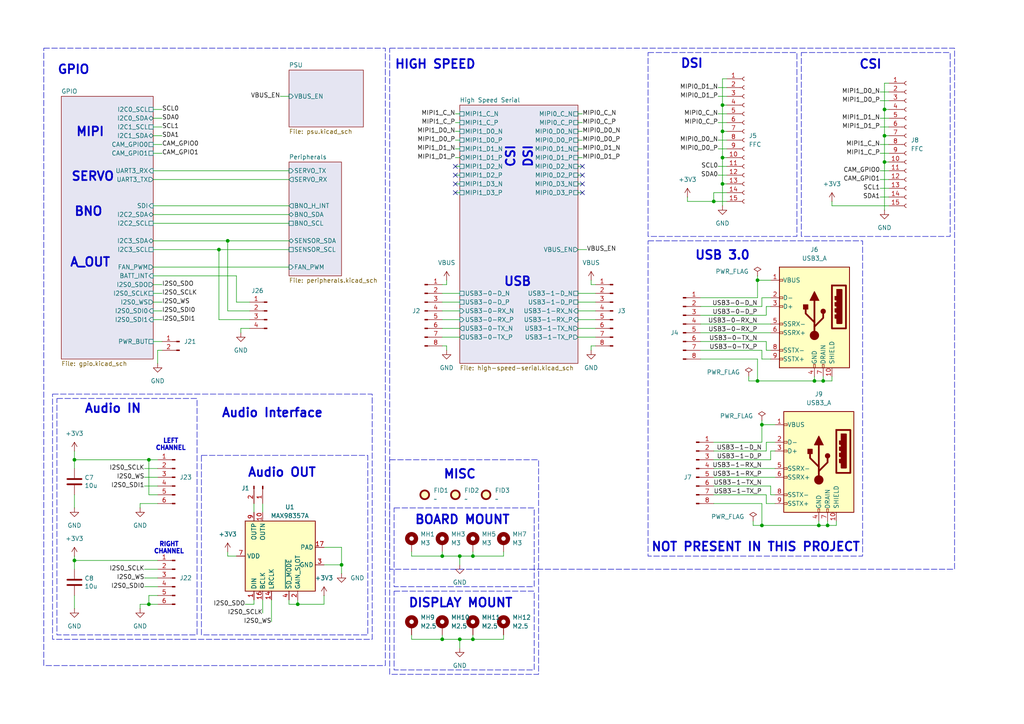
<source format=kicad_sch>
(kicad_sch (version 20250114) (generator "eeschema") (generator_version "9.0")
  (paper "A4")
  (title_block (title "BETA MAIN BOARD - CM5"))
  (lib_symbols
    (symbol "Beta:MAX98357A"
      (property "Reference" "U" (at -8.89 11.43 0))
      (property "Value" "MAX98357A" (at 10.16 11.43 0))
      (symbol "MAX98357A_1_1"
        (pin input line (at -12.7 7.62 0) (length 2.54) (name "DIN") (number "1"))
        (pin input line (at -12.7 5.08 0) (length 2.54) (name "BCLK") (number "16"))
        (pin input line (at -12.7 2.54 0) (length 2.54) (name "LRCLK") (number "14"))
        (pin input line (at -12.7 -2.54 0) (length 2.54) (name "~{SD_MODE}") (number "4"))
        (pin passive line (at -12.7 -5.08 0) (length 2.54) (name "GAIN_SLOT") (number "2"))
        (pin passive line (at -2.54 -12.7 90) (length 2.54) (hide yes) (name "GND") (number "11"))
        (pin passive line (at -2.54 -12.7 90) (length 2.54) (hide yes) (name "GND") (number "15"))
        (pin power_in line (at -2.54 -12.7 90) (length 2.54) (name "GND") (number "3"))
        (pin power_in line (at 0 12.7 270) (length 2.54) (name "VDD") (number "7"))
        (pin passive line (at 0 12.7 270) (length 2.54) (hide yes) (name "VDD") (number "8"))
        (pin passive line (at 2.54 -12.7 90) (length 2.54) (name "PAD") (number "17"))
        (pin no_connect line (at 10.16 2.54 180) (length 2.54) (hide yes) (name "NC") (number "5"))
        (pin no_connect line (at 10.16 0 180) (length 2.54) (hide yes) (name "NC") (number "6"))
        (pin no_connect line (at 10.16 -5.08 180) (length 2.54) (hide yes) (name "NC") (number "12"))
        (pin no_connect line (at 10.16 -7.62 180) (length 2.54) (hide yes) (name "NC") (number "13"))
        (pin output line (at 12.7 7.62 180) (length 2.54) (name "OUTP") (number "9"))
        (pin output line (at 12.7 5.08 180) (length 2.54) (name "OUTN") (number "10"))
      )
    )
    (symbol "Connector:Conn_01x02_Pin" (pin_names (offset 1.016) (hide yes))
      (property "Reference" "J" (at 0 2.54 0))
      (property "Value" "Conn_01x02_Pin" (at 0 -5.08 0))
      (symbol "Conn_01x02_Pin_1_1"
        (pin passive line (at 5.08 0 180) (length 3.81) (name "Pin_1") (number "1"))
        (pin passive line (at 5.08 -2.54 180) (length 3.81) (name "Pin_2") (number "2"))
      )
    )
    (symbol "Connector:Conn_01x04_Pin" (pin_names (offset 1.016) (hide yes))
      (property "Reference" "J" (at 0 5.08 0))
      (property "Value" "Conn_01x04_Pin" (at 0 -7.62 0))
      (symbol "Conn_01x04_Pin_1_1"
        (pin passive line (at 5.08 2.54 180) (length 3.81) (name "Pin_1") (number "1"))
        (pin passive line (at 5.08 0 180) (length 3.81) (name "Pin_2") (number "2"))
        (pin passive line (at 5.08 -2.54 180) (length 3.81) (name "Pin_3") (number "3"))
        (pin passive line (at 5.08 -5.08 180) (length 3.81) (name "Pin_4") (number "4"))
      )
    )
    (symbol "Connector:Conn_01x06_Pin" (pin_names (offset 1.016) (hide yes))
      (property "Reference" "J" (at 0 7.62 0))
      (property "Value" "Conn_01x06_Pin" (at 0 -10.16 0))
      (symbol "Conn_01x06_Pin_1_1"
        (pin passive line (at 5.08 5.08 180) (length 3.81) (name "Pin_1") (number "1"))
        (pin passive line (at 5.08 2.54 180) (length 3.81) (name "Pin_2") (number "2"))
        (pin passive line (at 5.08 0 180) (length 3.81) (name "Pin_3") (number "3"))
        (pin passive line (at 5.08 -2.54 180) (length 3.81) (name "Pin_4") (number "4"))
        (pin passive line (at 5.08 -5.08 180) (length 3.81) (name "Pin_5") (number "5"))
        (pin passive line (at 5.08 -7.62 180) (length 3.81) (name "Pin_6") (number "6"))
      )
    )
    (symbol "Connector:Conn_01x08_Pin" (pin_names (offset 1.016) (hide yes))
      (property "Reference" "J" (at 0 10.16 0))
      (property "Value" "Conn_01x08_Pin" (at 0 -12.7 0))
      (symbol "Conn_01x08_Pin_1_1"
        (pin passive line (at 5.08 7.62 180) (length 3.81) (name "Pin_1") (number "1"))
        (pin passive line (at 5.08 5.08 180) (length 3.81) (name "Pin_2") (number "2"))
        (pin passive line (at 5.08 2.54 180) (length 3.81) (name "Pin_3") (number "3"))
        (pin passive line (at 5.08 0 180) (length 3.81) (name "Pin_4") (number "4"))
        (pin passive line (at 5.08 -2.54 180) (length 3.81) (name "Pin_5") (number "5"))
        (pin passive line (at 5.08 -5.08 180) (length 3.81) (name "Pin_6") (number "6"))
        (pin passive line (at 5.08 -7.62 180) (length 3.81) (name "Pin_7") (number "7"))
        (pin passive line (at 5.08 -10.16 180) (length 3.81) (name "Pin_8") (number "8"))
      )
    )
    (symbol "Connector:Conn_01x15_Socket" (pin_names (offset 1.016) (hide yes))
      (property "Reference" "J" (at 0 20.32 0))
      (property "Value" "Conn_01x15_Socket" (at 0 -20.32 0))
      (symbol "Conn_01x15_Socket_1_1"
        (pin passive line (at -5.08 17.78 0) (length 3.81) (name "Pin_1") (number "1"))
        (pin passive line (at -5.08 15.24 0) (length 3.81) (name "Pin_2") (number "2"))
        (pin passive line (at -5.08 12.7 0) (length 3.81) (name "Pin_3") (number "3"))
        (pin passive line (at -5.08 10.16 0) (length 3.81) (name "Pin_4") (number "4"))
        (pin passive line (at -5.08 7.62 0) (length 3.81) (name "Pin_5") (number "5"))
        (pin passive line (at -5.08 5.08 0) (length 3.81) (name "Pin_6") (number "6"))
        (pin passive line (at -5.08 2.54 0) (length 3.81) (name "Pin_7") (number "7"))
        (pin passive line (at -5.08 0 0) (length 3.81) (name "Pin_8") (number "8"))
        (pin passive line (at -5.08 -2.54 0) (length 3.81) (name "Pin_9") (number "9"))
        (pin passive line (at -5.08 -5.08 0) (length 3.81) (name "Pin_10") (number "10"))
        (pin passive line (at -5.08 -7.62 0) (length 3.81) (name "Pin_11") (number "11"))
        (pin passive line (at -5.08 -10.16 0) (length 3.81) (name "Pin_12") (number "12"))
        (pin passive line (at -5.08 -12.7 0) (length 3.81) (name "Pin_13") (number "13"))
        (pin passive line (at -5.08 -15.24 0) (length 3.81) (name "Pin_14") (number "14"))
        (pin passive line (at -5.08 -17.78 0) (length 3.81) (name "Pin_15") (number "15"))
      )
    )
    (symbol "Connector:USB3_A" (pin_names (offset 1.016))
      (property "Reference" "J" (at -10.16 15.24 0))
      (property "Value" "USB3_A" (at 10.16 15.24 0))
      (symbol "USB3_A_1_1"
        (pin passive line (at -5.08 -17.78 90) (length 2.54) (name "SHIELD") (number "10"))
        (pin passive line (at -2.54 -17.78 90) (length 2.54) (name "DRAIN") (number "7"))
        (pin power_in line (at 0 -17.78 90) (length 2.54) (name "GND") (number "4"))
        (pin power_in line (at 12.7 10.16 180) (length 2.54) (name "VBUS") (number "1"))
        (pin bidirectional line (at 12.7 5.08 180) (length 2.54) (name "D-") (number "2"))
        (pin bidirectional line (at 12.7 2.54 180) (length 2.54) (name "D+") (number "3"))
        (pin output line (at 12.7 -2.54 180) (length 2.54) (name "SSRX-") (number "5"))
        (pin output line (at 12.7 -5.08 180) (length 2.54) (name "SSRX+") (number "6"))
        (pin input line (at 12.7 -10.16 180) (length 2.54) (name "SSTX-") (number "8"))
        (pin input line (at 12.7 -12.7 180) (length 2.54) (name "SSTX+") (number "9"))
      )
    )
    (symbol "Device:C" (pin_numbers (hide yes)) (pin_names (offset 0.254))
      (property "Reference" "C" (at 0.635 2.54 0))
      (property "Value" "C" (at 0.635 -2.54 0))
      (symbol "C_1_1"
        (pin passive line (at 0 3.81 270) (length 2.794) (name "~") (number "1"))
        (pin passive line (at 0 -3.81 90) (length 2.794) (name "~") (number "2"))
      )
    )
    (symbol "Mechanical:Fiducial" (in_bom no)
      (property "Reference" "FID" (at 0 5.08 0))
      (property "Value" "Fiducial" (at 0 3.175 0))
    )
    (symbol "Mechanical:MountingHole_Pad" (pin_numbers (hide yes)) (pin_names (offset 1.016) (hide yes)) (in_bom no)
      (property "Reference" "H" (at 0 6.35 0))
      (property "Value" "MountingHole_Pad" (at 0 4.445 0))
      (symbol "MountingHole_Pad_1_1"
        (pin input line (at 0 -2.54 90) (length 2.54) (name "1") (number "1"))
      )
    )
    (symbol "power:+3V3" (power) (pin_numbers (hide yes)) (pin_names (offset 0) (hide yes))
      (property "Value" "+3V3" (at 0 3.556 0))
      (symbol "+3V3_1_1"
        (pin power_in line (at 0 0 90) (length 0) (name "~") (number "1"))
      )
    )
    (symbol "power:GND" (power) (pin_numbers (hide yes)) (pin_names (offset 0) (hide yes))
      (property "Value" "GND" (at 0 -3.81 0))
      (symbol "GND_1_1"
        (pin power_in line (at 0 0 270) (length 0) (name "~") (number "1"))
      )
    )
    (symbol "power:PWR_FLAG" (power) (pin_numbers (hide yes)) (pin_names (offset 0) (hide yes))
      (property "Value" "PWR_FLAG" (at 0 3.81 0))
      (symbol "PWR_FLAG_0_0"
        (pin power_out line (at 0 0 90) (length 0) (name "~") (number "1"))
      )
    )
    (symbol "power:VBUS" (power) (pin_numbers (hide yes)) (pin_names (offset 0) (hide yes))
      (property "Value" "VBUS" (at 0 3.556 0))
      (symbol "VBUS_1_1"
        (pin power_in line (at 0 0 90) (length 0) (name "~") (number "1"))
      )
    )
  )
  (rectangle (start 187.96 15.24) (end 231.14 68.58) (stroke (width 0) (type dash)))
  (rectangle (start 58.42 132.08) (end 106.68 184.15) (stroke (width 0) (type dash)))
  (rectangle (start 232.41 15.24) (end 275.59 68.58) (stroke (width 0) (type dash)))
  (rectangle (start 113.03 13.97) (end 276.86 165.1) (stroke (width 0) (type dash)))
  (rectangle (start 114.3 171.45) (end 154.94 194.31) (stroke (width 0) (type dash)))
  (rectangle (start 113.03 133.35) (end 156.21 195.58) (stroke (width 0) (type dash)))
  (rectangle (start 114.3 147.32) (end 154.94 170.18) (stroke (width 0) (type dash)))
  (rectangle (start 12.7 13.97) (end 111.76 193.04) (stroke (width 0) (type dash)))
  (rectangle (start 187.96 69.85) (end 250.19 161.29) (stroke (width 0) (type dash)))
  (rectangle (start 16.51 115.57) (end 57.15 184.15) (stroke (width 0) (type dash)))
  (rectangle (start 15.24 114.3) (end 107.95 185.42) (stroke (width 0) (type dash)))
  (text "MIPI" (at 26.162 38.354 0) (effects (font (size 2.54 2.54) (thickness 0.508) (bold yes))))
  (text "A_OUT" (at 26.162 76.2 0) (effects (font (size 2.54 2.54) (thickness 0.508) (bold yes))))
  (text "MISC\n" (at 133.35 137.668 0) (effects (font (size 2.54 2.54) (thickness 0.508) (bold yes))))
  (text "DSI" (at 200.66 18.542 0) (effects (font (size 2.54 2.54) (thickness 0.508) (bold yes))))
  (text "DSI" (at 153.162 45.466 90) (effects (font (size 2.54 2.54) (thickness 0.508) (bold yes))))
  (text "BNO" (at 25.654 61.468 0) (effects (font (size 2.54 2.54) (thickness 0.508) (bold yes))))
  (text "LEFT\nCHANNEL" (at 49.53 129.032 0) (effects (font (size 1.27 1.27) (thickness 0.508) (bold yes))))
  (text "Audio OUT" (at 81.788 137.16 0) (effects (font (size 2.54 2.54) (thickness 0.508) (bold yes))))
  (text "GPIO" (at 21.336 20.32 0) (effects (font (size 2.54 2.54) (thickness 0.508) (bold yes))))
  (text "NOT PRESENT IN THIS PROJECT" (at 219.202 158.75 0) (effects (font (size 2.54 2.54) (thickness 0.508) (bold yes))))
  (text "Audio IN" (at 32.766 118.618 0) (effects (font (size 2.54 2.54) (thickness 0.508) (bold yes))))
  (text "CSI" (at 252.476 18.796 0) (effects (font (size 2.54 2.54) (thickness 0.508) (bold yes))))
  (text "Audio Interface" (at 78.994 119.888 0) (effects (font (size 2.54 2.54) (thickness 0.508) (bold yes))))
  (text "HIGH SPEED" (at 126.238 18.796 0) (effects (font (size 2.54 2.54) (thickness 0.508) (bold yes))))
  (text "CSI" (at 148.082 45.466 90) (effects (font (size 2.54 2.54) (thickness 0.508) (bold yes))))
  (text "USB" (at 150.114 81.788 0) (effects (font (size 2.54 2.54) (thickness 0.508) (bold yes))))
  (text "DISPLAY MOUNT" (at 133.604 175.006 0) (effects (font (size 2.54 2.54) (thickness 0.508) (bold yes))))
  (text "SERVO" (at 26.924 51.308 0) (effects (font (size 2.54 2.54) (thickness 0.508) (bold yes))))
  (text "RIGHT\nCHANNEL" (at 49.022 159.004 0) (effects (font (size 1.27 1.27) (thickness 0.508) (bold yes))))
  (text "USB 3.0" (at 209.55 74.168 0) (effects (font (size 2.54 2.54) (thickness 0.508) (bold yes))))
  (text "BOARD MOUNT" (at 134.112 150.876 0) (effects (font (size 2.54 2.54) (thickness 0.508) (bold yes))))
  (junction (at 43.18 175.26))
  (junction (at 63.5 72.39))
  (junction (at 220.98 152.4))
  (junction (at 207.01 58.42))
  (junction (at 86.36 175.26))
  (junction (at 209.55 45.72))
  (junction (at 128.27 185.42))
  (junction (at 21.59 133.35))
  (junction (at 133.35 161.29))
  (junction (at 137.16 161.29))
  (junction (at 209.55 30.48))
  (junction (at 236.22 110.49))
  (junction (at 240.03 152.4))
  (junction (at 237.49 152.4))
  (junction (at 137.16 185.42))
  (junction (at 128.27 161.29))
  (junction (at 256.54 39.37))
  (junction (at 21.59 162.56))
  (junction (at 256.54 46.99))
  (junction (at 219.71 81.28))
  (junction (at 209.55 38.1))
  (junction (at 219.71 110.49))
  (junction (at 238.76 110.49))
  (junction (at 209.55 53.34))
  (junction (at 99.06 163.83))
  (junction (at 66.04 69.85))
  (junction (at 220.98 123.19))
  (junction (at 133.35 185.42))
  (junction (at 43.18 133.35))
  (junction (at 256.54 31.75))
  (no_connect (at 168.91 53.34))
  (no_connect (at 168.91 55.88))
  (no_connect (at 168.91 48.26))
  (no_connect (at 132.08 55.88))
  (no_connect (at 132.08 48.26))
  (no_connect (at 132.08 50.8))
  (no_connect (at 132.08 53.34))
  (no_connect (at 168.91 50.8))
  (wire (pts (xy 132.08 45.72) (xy 133.35 45.72)))
  (wire (pts (xy 209.55 38.1) (xy 210.82 38.1)))
  (wire (pts (xy 66.04 161.29) (xy 68.58 161.29)))
  (wire (pts (xy 256.54 39.37) (xy 256.54 46.99)))
  (wire (pts (xy 76.2 146.05) (xy 76.2 148.59)))
  (wire (pts (xy 220.98 152.4) (xy 237.49 152.4)))
  (wire (pts (xy 223.52 143.51) (xy 223.52 140.97)))
  (wire (pts (xy 46.99 82.55) (xy 44.45 82.55)))
  (wire (pts (xy 236.22 110.49) (xy 238.76 110.49)))
  (wire (pts (xy 44.45 69.85) (xy 66.04 69.85)))
  (wire (pts (xy 132.08 38.1) (xy 133.35 38.1)))
  (wire (pts (xy 44.45 92.71) (xy 46.99 92.71)))
  (wire (pts (xy 207.01 55.88) (xy 210.82 55.88)))
  (wire (pts (xy 21.59 133.35) (xy 43.18 133.35)))
  (wire (pts (xy 238.76 110.49) (xy 241.3 110.49)))
  (wire (pts (xy 44.45 52.07) (xy 83.82 52.07)))
  (wire (pts (xy 43.18 143.51) (xy 43.18 133.35)))
  (wire (pts (xy 93.98 163.83) (xy 99.06 163.83)))
  (wire (pts (xy 209.55 30.48) (xy 209.55 38.1)))
  (wire (pts (xy 207.01 58.42) (xy 210.82 58.42)))
  (wire (pts (xy 207.01 133.35) (xy 223.52 133.35)))
  (wire (pts (xy 21.59 133.35) (xy 21.59 135.89)))
  (wire (pts (xy 40.64 176.53) (xy 40.64 175.26)))
  (wire (pts (xy 44.45 62.23) (xy 83.82 62.23)))
  (wire (pts (xy 241.3 59.69) (xy 257.81 59.69)))
  (wire (pts (xy 217.17 110.49) (xy 219.71 110.49)))
  (wire (pts (xy 256.54 46.99) (xy 257.81 46.99)))
  (wire (pts (xy 167.64 95.25) (xy 172.72 95.25)))
  (wire (pts (xy 171.45 100.33) (xy 172.72 100.33)))
  (wire (pts (xy 132.08 35.56) (xy 133.35 35.56)))
  (wire (pts (xy 208.28 40.64) (xy 210.82 40.64)))
  (wire (pts (xy 208.28 33.02) (xy 210.82 33.02)))
  (wire (pts (xy 217.17 109.22) (xy 217.17 110.49)))
  (wire (pts (xy 255.27 34.29) (xy 257.81 34.29)))
  (wire (pts (xy 146.05 185.42) (xy 137.16 185.42)))
  (wire (pts (xy 44.45 90.17) (xy 46.99 90.17)))
  (wire (pts (xy 41.91 140.97) (xy 45.72 140.97)))
  (wire (pts (xy 199.39 58.42) (xy 207.01 58.42)))
  (wire (pts (xy 207.01 138.43) (xy 224.79 138.43)))
  (wire (pts (xy 21.59 172.72) (xy 21.59 176.53)))
  (wire (pts (xy 167.64 92.71) (xy 172.72 92.71)))
  (wire (pts (xy 236.22 109.22) (xy 236.22 110.49)))
  (wire (pts (xy 256.54 31.75) (xy 256.54 39.37)))
  (wire (pts (xy 168.91 38.1) (xy 167.64 38.1)))
  (wire (pts (xy 44.45 44.45) (xy 46.99 44.45)))
  (wire (pts (xy 93.98 175.26) (xy 86.36 175.26)))
  (wire (pts (xy 255.27 44.45) (xy 257.81 44.45)))
  (wire (pts (xy 78.74 173.99) (xy 78.74 180.34)))
  (wire (pts (xy 220.98 86.36) (xy 220.98 88.9)))
  (wire (pts (xy 255.27 26.67) (xy 257.81 26.67)))
  (wire (pts (xy 46.99 87.63) (xy 44.45 87.63)))
  (wire (pts (xy 63.5 72.39) (xy 63.5 92.71)))
  (wire (pts (xy 220.98 104.14) (xy 220.98 101.6)))
  (wire (pts (xy 203.2 101.6) (xy 220.98 101.6)))
  (wire (pts (xy 69.85 95.25) (xy 72.39 95.25)))
  (wire (pts (xy 256.54 24.13) (xy 257.81 24.13)))
  (wire (pts (xy 241.3 58.42) (xy 241.3 59.69)))
  (wire (pts (xy 44.45 72.39) (xy 63.5 72.39)))
  (wire (pts (xy 133.35 90.17) (xy 128.27 90.17)))
  (wire (pts (xy 119.38 185.42) (xy 119.38 184.15)))
  (wire (pts (xy 256.54 31.75) (xy 257.81 31.75)))
  (wire (pts (xy 220.98 128.27) (xy 220.98 123.19)))
  (wire (pts (xy 255.27 41.91) (xy 257.81 41.91)))
  (wire (pts (xy 208.28 43.18) (xy 210.82 43.18)))
  (wire (pts (xy 219.71 81.28) (xy 223.52 81.28)))
  (wire (pts (xy 209.55 53.34) (xy 210.82 53.34)))
  (wire (pts (xy 45.72 101.6) (xy 46.99 101.6)))
  (wire (pts (xy 44.45 41.91) (xy 46.99 41.91)))
  (wire (pts (xy 133.35 48.26) (xy 132.08 48.26)))
  (wire (pts (xy 40.64 147.32) (xy 40.64 146.05)))
  (wire (pts (xy 255.27 29.21) (xy 257.81 29.21)))
  (wire (pts (xy 256.54 39.37) (xy 257.81 39.37)))
  (wire (pts (xy 21.59 143.51) (xy 21.59 147.32)))
  (wire (pts (xy 129.54 101.6) (xy 129.54 100.33)))
  (wire (pts (xy 255.27 54.61) (xy 257.81 54.61)))
  (wire (pts (xy 21.59 162.56) (xy 21.59 165.1)))
  (wire (pts (xy 240.03 151.13) (xy 240.03 152.4)))
  (wire (pts (xy 223.52 140.97) (xy 207.01 140.97)))
  (wire (pts (xy 133.35 185.42) (xy 133.35 187.96)))
  (wire (pts (xy 167.64 85.09) (xy 172.72 85.09)))
  (wire (pts (xy 133.35 161.29) (xy 133.35 163.83)))
  (wire (pts (xy 44.45 80.01) (xy 68.58 80.01)))
  (wire (pts (xy 40.64 175.26) (xy 43.18 175.26)))
  (wire (pts (xy 207.01 128.27) (xy 220.98 128.27)))
  (wire (pts (xy 132.08 33.02) (xy 133.35 33.02)))
  (wire (pts (xy 167.64 97.79) (xy 172.72 97.79)))
  (wire (pts (xy 133.35 185.42) (xy 128.27 185.42)))
  (wire (pts (xy 203.2 91.44) (xy 222.25 91.44)))
  (wire (pts (xy 128.27 185.42) (xy 119.38 185.42)))
  (wire (pts (xy 219.71 104.14) (xy 219.71 110.49)))
  (wire (pts (xy 44.45 39.37) (xy 46.99 39.37)))
  (wire (pts (xy 128.27 161.29) (xy 128.27 160.02)))
  (wire (pts (xy 132.08 40.64) (xy 133.35 40.64)))
  (wire (pts (xy 137.16 161.29) (xy 137.16 160.02)))
  (wire (pts (xy 208.28 35.56) (xy 210.82 35.56)))
  (wire (pts (xy 223.52 130.81) (xy 224.79 130.81)))
  (wire (pts (xy 168.91 45.72) (xy 167.64 45.72)))
  (wire (pts (xy 220.98 146.05) (xy 220.98 152.4)))
  (wire (pts (xy 128.27 161.29) (xy 119.38 161.29)))
  (wire (pts (xy 222.25 88.9) (xy 223.52 88.9)))
  (wire (pts (xy 255.27 49.53) (xy 257.81 49.53)))
  (wire (pts (xy 129.54 100.33) (xy 128.27 100.33)))
  (wire (pts (xy 76.2 173.99) (xy 76.2 177.8)))
  (wire (pts (xy 99.06 163.83) (xy 99.06 166.37)))
  (wire (pts (xy 73.66 146.05) (xy 73.66 148.59)))
  (wire (pts (xy 167.64 50.8) (xy 168.91 50.8)))
  (wire (pts (xy 223.52 143.51) (xy 224.79 143.51)))
  (wire (pts (xy 208.28 27.94) (xy 210.82 27.94)))
  (wire (pts (xy 209.55 22.86) (xy 210.82 22.86)))
  (wire (pts (xy 133.35 95.25) (xy 128.27 95.25)))
  (wire (pts (xy 209.55 22.86) (xy 209.55 30.48)))
  (wire (pts (xy 219.71 86.36) (xy 219.71 81.28)))
  (wire (pts (xy 41.91 170.18) (xy 45.72 170.18)))
  (wire (pts (xy 219.71 80.01) (xy 219.71 81.28)))
  (wire (pts (xy 167.64 53.34) (xy 168.91 53.34)))
  (wire (pts (xy 45.72 105.41) (xy 45.72 101.6)))
  (wire (pts (xy 146.05 185.42) (xy 146.05 184.15)))
  (wire (pts (xy 208.28 48.26) (xy 210.82 48.26)))
  (wire (pts (xy 44.45 99.06) (xy 46.99 99.06)))
  (wire (pts (xy 43.18 175.26) (xy 45.72 175.26)))
  (wire (pts (xy 68.58 87.63) (xy 72.39 87.63)))
  (wire (pts (xy 209.55 38.1) (xy 209.55 45.72)))
  (wire (pts (xy 41.91 138.43) (xy 45.72 138.43)))
  (wire (pts (xy 86.36 173.99) (xy 86.36 175.26)))
  (wire (pts (xy 208.28 50.8) (xy 210.82 50.8)))
  (wire (pts (xy 203.2 99.06) (xy 222.25 99.06)))
  (wire (pts (xy 209.55 45.72) (xy 210.82 45.72)))
  (wire (pts (xy 128.27 185.42) (xy 128.27 184.15)))
  (wire (pts (xy 93.98 175.26) (xy 93.98 172.72)))
  (wire (pts (xy 133.35 85.09) (xy 128.27 85.09)))
  (wire (pts (xy 41.91 135.89) (xy 45.72 135.89)))
  (wire (pts (xy 69.85 96.52) (xy 69.85 95.25)))
  (wire (pts (xy 44.45 64.77) (xy 83.82 64.77)))
  (wire (pts (xy 43.18 172.72) (xy 43.18 175.26)))
  (wire (pts (xy 237.49 152.4) (xy 240.03 152.4)))
  (wire (pts (xy 222.25 101.6) (xy 223.52 101.6)))
  (wire (pts (xy 168.91 40.64) (xy 167.64 40.64)))
  (wire (pts (xy 222.25 128.27) (xy 222.25 130.81)))
  (wire (pts (xy 132.08 43.18) (xy 133.35 43.18)))
  (wire (pts (xy 21.59 162.56) (xy 45.72 162.56)))
  (wire (pts (xy 220.98 121.92) (xy 220.98 123.19)))
  (wire (pts (xy 146.05 161.29) (xy 146.05 160.02)))
  (wire (pts (xy 171.45 81.28) (xy 171.45 82.55)))
  (wire (pts (xy 21.59 130.81) (xy 21.59 133.35)))
  (wire (pts (xy 93.98 158.75) (xy 99.06 158.75)))
  (wire (pts (xy 167.64 72.39) (xy 170.18 72.39)))
  (wire (pts (xy 129.54 82.55) (xy 129.54 81.28)))
  (wire (pts (xy 21.59 161.29) (xy 21.59 162.56)))
  (wire (pts (xy 137.16 185.42) (xy 137.16 184.15)))
  (wire (pts (xy 133.35 97.79) (xy 128.27 97.79)))
  (wire (pts (xy 242.57 152.4) (xy 242.57 151.13)))
  (wire (pts (xy 83.82 175.26) (xy 86.36 175.26)))
  (wire (pts (xy 119.38 161.29) (xy 119.38 160.02)))
  (wire (pts (xy 167.64 48.26) (xy 168.91 48.26)))
  (wire (pts (xy 46.99 85.09) (xy 44.45 85.09)))
  (wire (pts (xy 99.06 163.83) (xy 99.06 158.75)))
  (wire (pts (xy 171.45 101.6) (xy 171.45 100.33)))
  (wire (pts (xy 66.04 90.17) (xy 66.04 69.85)))
  (wire (pts (xy 238.76 109.22) (xy 238.76 110.49)))
  (wire (pts (xy 222.25 146.05) (xy 222.25 143.51)))
  (wire (pts (xy 218.44 151.13) (xy 218.44 152.4)))
  (wire (pts (xy 255.27 36.83) (xy 257.81 36.83)))
  (wire (pts (xy 44.45 34.29) (xy 46.99 34.29)))
  (wire (pts (xy 222.25 91.44) (xy 222.25 88.9)))
  (wire (pts (xy 240.03 152.4) (xy 242.57 152.4)))
  (wire (pts (xy 81.28 27.94) (xy 83.82 27.94)))
  (wire (pts (xy 203.2 86.36) (xy 219.71 86.36)))
  (wire (pts (xy 203.2 96.52) (xy 223.52 96.52)))
  (wire (pts (xy 207.01 135.89) (xy 224.79 135.89)))
  (wire (pts (xy 45.72 143.51) (xy 43.18 143.51)))
  (wire (pts (xy 208.28 25.4) (xy 210.82 25.4)))
  (wire (pts (xy 41.91 165.1) (xy 45.72 165.1)))
  (wire (pts (xy 137.16 185.42) (xy 133.35 185.42)))
  (wire (pts (xy 223.52 133.35) (xy 223.52 130.81)))
  (wire (pts (xy 167.64 90.17) (xy 172.72 90.17)))
  (wire (pts (xy 222.25 143.51) (xy 207.01 143.51)))
  (wire (pts (xy 133.35 87.63) (xy 128.27 87.63)))
  (wire (pts (xy 220.98 86.36) (xy 223.52 86.36)))
  (wire (pts (xy 128.27 82.55) (xy 129.54 82.55)))
  (wire (pts (xy 207.01 146.05) (xy 220.98 146.05)))
  (wire (pts (xy 133.35 55.88) (xy 132.08 55.88)))
  (wire (pts (xy 223.52 104.14) (xy 220.98 104.14)))
  (wire (pts (xy 44.45 59.69) (xy 83.82 59.69)))
  (wire (pts (xy 222.25 128.27) (xy 224.79 128.27)))
  (wire (pts (xy 63.5 72.39) (xy 83.82 72.39)))
  (wire (pts (xy 68.58 80.01) (xy 68.58 87.63)))
  (wire (pts (xy 171.45 82.55) (xy 172.72 82.55)))
  (wire (pts (xy 203.2 104.14) (xy 219.71 104.14)))
  (wire (pts (xy 220.98 123.19) (xy 224.79 123.19)))
  (wire (pts (xy 256.54 46.99) (xy 256.54 60.96)))
  (wire (pts (xy 167.64 55.88) (xy 168.91 55.88)))
  (wire (pts (xy 73.66 175.26) (xy 73.66 173.99)))
  (wire (pts (xy 222.25 101.6) (xy 222.25 99.06)))
  (wire (pts (xy 146.05 161.29) (xy 137.16 161.29)))
  (wire (pts (xy 219.71 110.49) (xy 236.22 110.49)))
  (wire (pts (xy 72.39 92.71) (xy 63.5 92.71)))
  (wire (pts (xy 83.82 173.99) (xy 83.82 175.26)))
  (wire (pts (xy 44.45 31.75) (xy 46.99 31.75)))
  (wire (pts (xy 199.39 58.42) (xy 199.39 57.15)))
  (wire (pts (xy 133.35 53.34) (xy 132.08 53.34)))
  (wire (pts (xy 256.54 24.13) (xy 256.54 31.75)))
  (wire (pts (xy 167.64 87.63) (xy 172.72 87.63)))
  (wire (pts (xy 168.91 35.56) (xy 167.64 35.56)))
  (wire (pts (xy 66.04 69.85) (xy 83.82 69.85)))
  (wire (pts (xy 72.39 90.17) (xy 66.04 90.17)))
  (wire (pts (xy 168.91 43.18) (xy 167.64 43.18)))
  (wire (pts (xy 255.27 57.15) (xy 257.81 57.15)))
  (wire (pts (xy 255.27 52.07) (xy 257.81 52.07)))
  (wire (pts (xy 43.18 133.35) (xy 45.72 133.35)))
  (wire (pts (xy 218.44 152.4) (xy 220.98 152.4)))
  (wire (pts (xy 237.49 151.13) (xy 237.49 152.4)))
  (wire (pts (xy 209.55 45.72) (xy 209.55 53.34)))
  (wire (pts (xy 46.99 36.83) (xy 44.45 36.83)))
  (wire (pts (xy 133.35 161.29) (xy 128.27 161.29)))
  (wire (pts (xy 241.3 110.49) (xy 241.3 109.22)))
  (wire (pts (xy 44.45 77.47) (xy 83.82 77.47)))
  (wire (pts (xy 209.55 30.48) (xy 210.82 30.48)))
  (wire (pts (xy 207.01 130.81) (xy 222.25 130.81)))
  (wire (pts (xy 133.35 50.8) (xy 132.08 50.8)))
  (wire (pts (xy 137.16 161.29) (xy 133.35 161.29)))
  (wire (pts (xy 40.64 146.05) (xy 45.72 146.05)))
  (wire (pts (xy 66.04 160.02) (xy 66.04 161.29)))
  (wire (pts (xy 203.2 88.9) (xy 220.98 88.9)))
  (wire (pts (xy 207.01 55.88) (xy 207.01 58.42)))
  (wire (pts (xy 224.79 146.05) (xy 222.25 146.05)))
  (wire (pts (xy 71.12 175.26) (xy 73.66 175.26)))
  (wire (pts (xy 168.91 33.02) (xy 167.64 33.02)))
  (wire (pts (xy 45.72 172.72) (xy 43.18 172.72)))
  (wire (pts (xy 41.91 167.64) (xy 45.72 167.64)))
  (wire (pts (xy 133.35 92.71) (xy 128.27 92.71)))
  (wire (pts (xy 203.2 93.98) (xy 223.52 93.98)))
  (wire (pts (xy 209.55 53.34) (xy 209.55 59.69)))
  (wire (pts (xy 44.45 49.53) (xy 83.82 49.53)))
  (label "I2S0_SDI1" (at 46.99 92.71 0))
  (label "SDA1" (at 46.99 39.37 0))
  (label "SCL0" (at 46.99 31.75 0))
  (label "I2S0_WS" (at 41.91 167.64 180))
  (label "USB3-0-TX_P" (at 219.71 101.6 180))
  (label "SDA0" (at 208.28 50.8 180))
  (label "I2S0_SCLK" (at 41.91 135.89 180))
  (label "MIPI0_C_N" (at 208.28 33.02 180))
  (label "I2S0_SDI0" (at 41.91 170.18 180))
  (label "SCL0" (at 208.28 48.26 180))
  (label "I2S0_SCLK" (at 76.2 177.8 180))
  (label "MIPI0_D0_N" (at 168.91 38.1 0))
  (label "MIPI0_D0_P" (at 168.91 40.64 0))
  (label "MIPI1_D0_N" (at 132.08 38.1 180))
  (label "USB3-1-RX_P" (at 220.98 138.43 180))
  (label "CAM_GPIO0" (at 255.27 49.53 180))
  (label "MIPI0_C_N" (at 168.91 33.02 0))
  (label "I2S0_WS" (at 46.99 87.63 0))
  (label "MIPI0_D1_N" (at 168.91 43.18 0))
  (label "I2S0_SDI0" (at 46.99 90.17 0))
  (label "I2S0_SCLK" (at 46.99 85.09 0))
  (label "MIPI0_D1_P" (at 168.91 45.72 0))
  (label "MIPI0_D0_N" (at 208.28 40.64 180))
  (label "SDA0" (at 46.99 34.29 0))
  (label "SDA1" (at 255.27 57.15 180))
  (label "USB3-0-RX_P" (at 219.71 96.52 180))
  (label "MIPI0_D0_P" (at 208.28 43.18 180))
  (label "CAM_GPIO0" (at 46.99 41.91 0))
  (label "USB3-1-D_P" (at 220.98 133.35 180))
  (label "MIPI0_D1_N" (at 208.28 25.4 180))
  (label "MIPI1_D0_P" (at 255.27 29.21 180))
  (label "MIPI1_C_P" (at 132.08 35.56 180))
  (label "MIPI0_C_P" (at 168.91 35.56 0))
  (label "VBUS_EN" (at 81.28 27.94 180))
  (label "CAM_GPIO1" (at 255.27 52.07 180))
  (label "MIPI0_D1_P" (at 208.28 27.94 180))
  (label "USB3-0-TX_N" (at 219.71 99.06 180))
  (label "I2S0_SCLK" (at 41.91 165.1 180))
  (label "MIPI1_C_N" (at 255.27 41.91 180))
  (label "USB3-1-RX_N" (at 220.98 135.89 180))
  (label "USB3-0-D_N" (at 219.71 88.9 180))
  (label "USB3-1-D_N" (at 220.98 130.81 180))
  (label "VBUS_EN" (at 170.18 72.39 0))
  (label "CAM_GPIO1" (at 46.99 44.45 0))
  (label "MIPI1_D1_P" (at 255.27 36.83 180))
  (label "I2S0_SDO" (at 46.99 82.55 0))
  (label "SCL1" (at 255.27 54.61 180))
  (label "MIPI1_D1_N" (at 255.27 34.29 180))
  (label "MIPI1_D0_P" (at 132.08 40.64 180))
  (label "SCL1" (at 46.99 36.83 0))
  (label "I2S0_SDI1" (at 41.91 140.97 180))
  (label "MIPI1_D1_P" (at 132.08 45.72 180))
  (label "I2S0_WS" (at 41.91 138.43 180))
  (label "USB3-0-D_P" (at 219.71 91.44 180))
  (label "MIPI1_C_N" (at 132.08 33.02 180))
  (label "MIPI0_C_P" (at 208.28 35.56 180))
  (label "USB3-1-TX_P" (at 220.98 143.51 180))
  (label "I2S0_WS" (at 78.74 180.34 180))
  (label "MIPI1_D0_N" (at 255.27 26.67 180))
  (label "USB3-1-TX_N" (at 220.98 140.97 180))
  (label "I2S0_SDO" (at 71.12 175.26 180))
  (label "MIPI1_C_P" (at 255.27 44.45 180))
  (label "MIPI1_D1_N" (at 132.08 43.18 180))
  (label "USB3-0-RX_N" (at 219.71 93.98 180))
  (symbol (lib_id "power:GND") (at 45.72 105.41 0) (unit 1)
    (property "Reference" "#PWR0129" (effects (hide yes)))
    (property "Value" "GND" (at 45.72 110.49 0))
    (property "Description" "Power symbol creates a global label with name \"GND\" , ground" (effects (hide yes)))
  )
  (symbol (lib_id "power:+3V3") (at 21.59 130.81 0) (unit 1)
    (property "Reference" "#PWR098" (effects (hide yes)))
    (property "Value" "+3V3" (at 21.59 125.73 0))
    (property "Description" "Power symbol creates a global label with name \"+3V3\"" (effects (hide yes)))
  )
  (symbol (lib_id "power:VBUS") (at 171.45 81.28 0) (unit 1)
    (property "Reference" "#PWR08" (effects (hide yes)))
    (property "Value" "VBUS" (at 171.45 76.2 0))
    (property "Description" "Power symbol creates a global label with name \"VBUS\"" (effects (hide yes)))
  )
  (symbol (lib_id "power:GND") (at 129.54 101.6 0) (unit 1)
    (property "Reference" "#PWR05" (effects (hide yes)))
    (property "Value" "GND" (at 129.54 106.68 0))
    (property "Description" "Power symbol creates a global label with name \"GND\" , ground" (effects (hide yes)))
  )
  (symbol (lib_id "power:PWR_FLAG") (at 220.98 121.92 0) (mirror y) (unit 1)
    (property "Reference" "#FLG07" (effects (hide yes)))
    (property "Value" "PWR_FLAG" (at 218.44 120.6499 0) (effects (justify left)))
    (property "Description" "Special symbol for telling ERC where power comes from" (effects (hide yes)))
  )
  (symbol (lib_id "power:PWR_FLAG") (at 219.71 80.01 0) (mirror y) (unit 1)
    (property "Reference" "#FLG05" (effects (hide yes)))
    (property "Value" "PWR_FLAG" (at 217.17 78.7399 0) (effects (justify left)))
    (property "Description" "Special symbol for telling ERC where power comes from" (effects (hide yes)))
  )
  (symbol (lib_id "Mechanical:MountingHole_Pad") (at 119.38 181.61 0) (unit 1) (in_bom no)
    (property "Reference" "MH9" (at 121.92 179.0699 0) (effects (justify left)))
    (property "Value" "M2.5" (at 121.92 181.6099 0) (effects (justify left)))
    (property "Footprint" "MountingHole:MountingHole_2.7mm_Pad" (effects (hide yes)))
    (property "Description" "Mounting Hole with connection" (effects (hide yes)))
  )
  (symbol (lib_id "power:+3V3") (at 66.04 160.02 0) (unit 1)
    (property "Reference" "#PWR01" (effects (hide yes)))
    (property "Value" "+3V3" (at 66.04 154.94 0))
    (property "Description" "Power symbol creates a global label with name \"+3V3\"" (effects (hide yes)))
  )
  (symbol (lib_id "Beta:MAX98357A") (at 81.28 161.29 90) (unit 1)
    (property "Reference" "U1" (at 84.074 147.066 90))
    (property "Value" "MAX98357A" (at 84.074 149.606 90))
    (property "Footprint" "Package_DFN_QFN:TQFN-16-1EP_3x3mm_P0.5mm_EP1.23x1.23mm" (effects (hide yes)))
    (property "Datasheet" "https://www.analog.com/media/en/technical-documentation/data-sheets/MAX98357A-MAX98357B.pdf" (effects (hide yes)))
    (property "Description" "Mono DAC with amplifier, I2S, PCM, TDM, 32-bit, 96khz, 3.2W, TQFP-16" (effects (hide yes)))
    (property "DigiKey_Part_Number" "MAX98357AETE+TDKR-ND" (effects (hide yes)))
    (property "MANUFACTURER" "Analog Devices Inc./Maxim Integrated" (effects (hide yes)))
    (property "MP" "MAX98357AETE+T" (effects (hide yes)))
  )
  (symbol (lib_id "power:VBUS") (at 129.54 81.28 0) (unit 1)
    (property "Reference" "#PWR04" (effects (hide yes)))
    (property "Value" "VBUS" (at 129.54 76.2 0))
    (property "Description" "Power symbol creates a global label with name \"VBUS\"" (effects (hide yes)))
  )
  (symbol (lib_id "Connector:Conn_01x08_Pin") (at 177.8 90.17 0) (mirror y) (unit 1)
    (property "Reference" "J3" (at 179.07 90.1699 0) (effects (justify right)))
    (property "Value" "Conn_01x08_Pin" (effects (hide yes)))
    (property "Footprint" "Connector_JST:JST_PH_B8B-PH-K_1x08_P2.00mm_Vertical" (effects (hide yes)))
    (property "Description" "Generic connector, single row, 01x08, script generated" (effects (hide yes)))
  )
  (symbol (lib_id "Connector:Conn_01x06_Pin") (at 50.8 138.43 0) (mirror y) (unit 1)
    (property "Reference" "J23" (at 52.07 138.4299 0) (effects (justify right)))
    (property "Value" "Conn_01x06_Pin" (effects (hide yes)))
    (property "Footprint" "Connector_JST:JST_PH_B6B-PH-K_1x06_P2.00mm_Vertical" (effects (hide yes)))
    (property "Description" "Generic connector, single row, 01x06, script generated" (effects (hide yes)))
  )
  (symbol (lib_id "Connector:Conn_01x08_Pin") (at 198.12 93.98 0) (unit 1) (in_bom no) (on_board no)
    (property "Reference" "J4" (at 196.85 96.5201 0) (effects (justify right)))
    (property "Value" "USB3-1" (effects (hide yes)))
    (property "Footprint" "Connector_JST:JST_PH_S8B-PH-K_1x08_P2.00mm_Horizontal" (effects (hide yes)))
    (property "Description" "Generic connector, single row, 01x08, script generated" (effects (hide yes)))
  )
  (symbol (lib_id "power:+3V3") (at 21.59 161.29 0) (unit 1)
    (property "Reference" "#PWR0147" (effects (hide yes)))
    (property "Value" "+3V3" (at 21.59 156.21 0))
    (property "Description" "Power symbol creates a global label with name \"+3V3\"" (effects (hide yes)))
  )
  (symbol (lib_id "Mechanical:MountingHole_Pad") (at 128.27 157.48 0) (unit 1) (in_bom no)
    (property "Reference" "MH3" (at 130.81 154.9399 0) (effects (justify left)))
    (property "Value" "M3" (at 130.81 157.4799 0) (effects (justify left)))
    (property "Footprint" "MountingHole:MountingHole_3.2mm_M3_Pad_Via" (effects (hide yes)))
    (property "Description" "Mounting Hole with connection" (effects (hide yes)))
  )
  (symbol (lib_id "Connector:Conn_01x02_Pin") (at 76.2 140.97 270) (unit 1)
    (property "Reference" "J1" (at 72.39 141.6051 90) (effects (justify right)))
    (property "Value" "Conn_01x02_Pin" (effects (hide yes)))
    (property "Footprint" "Connector_JST:JST_PH_B2B-PH-K_1x02_P2.00mm_Vertical" (effects (hide yes)))
    (property "Description" "Generic connector, single row, 01x02, script generated" (effects (hide yes)))
    (property "DigiKey_Part_Number" "455-B2B-PH-KL-ND" (effects (hide yes)))
    (property "MANUFACTURER" "JST Sales America Inc." (effects (hide yes)))
    (property "MP" "B2B-PH-K" (effects (hide yes)))
  )
  (symbol (lib_id "Mechanical:MountingHole_Pad") (at 146.05 157.48 0) (unit 1) (in_bom no)
    (property "Reference" "MH7" (at 148.59 154.9399 0) (effects (justify left)))
    (property "Value" "M3" (at 148.59 157.4799 0) (effects (justify left)))
    (property "Footprint" "MountingHole:MountingHole_3.2mm_M3_Pad_Via" (effects (hide yes)))
    (property "Description" "Mounting Hole with connection" (effects (hide yes)))
  )
  (symbol (lib_id "Mechanical:Fiducial") (at 140.97 143.51 0) (unit 1) (in_bom no)
    (property "Reference" "FID3" (at 143.51 142.2399 0) (effects (justify left)))
    (property "Value" "~" (at 143.51 144.7799 0) (effects (justify left)))
    (property "Footprint" "Fiducial:Fiducial_1mm_Mask2mm" (effects (hide yes)))
    (property "Description" "Fiducial Marker" (effects (hide yes)))
  )
  (symbol (lib_id "power:GND") (at 40.64 147.32 0) (unit 1)
    (property "Reference" "#PWR097" (effects (hide yes)))
    (property "Value" "GND" (at 40.64 152.4 0))
    (property "Description" "Power symbol creates a global label with name \"GND\" , ground" (effects (hide yes)))
  )
  (symbol (lib_id "Mechanical:MountingHole_Pad") (at 137.16 157.48 0) (unit 1) (in_bom no)
    (property "Reference" "MH5" (at 139.7 154.9399 0) (effects (justify left)))
    (property "Value" "M3" (at 139.7 157.4799 0) (effects (justify left)))
    (property "Footprint" "MountingHole:MountingHole_3.2mm_M3_Pad_Via" (effects (hide yes)))
    (property "Description" "Mounting Hole with connection" (effects (hide yes)))
  )
  (symbol (lib_id "power:GND") (at 99.06 166.37 0) (unit 1)
    (property "Reference" "#PWR03" (effects (hide yes)))
    (property "Value" "GND" (at 101.6 167.6399 0) (effects (justify left)))
    (property "Description" "Power symbol creates a global label with name \"GND\" , ground" (effects (hide yes)))
  )
  (symbol (lib_id "Connector:Conn_01x06_Pin") (at 50.8 167.64 0) (mirror y) (unit 1)
    (property "Reference" "J22" (at 52.07 167.6399 0) (effects (justify right)))
    (property "Value" "Conn_01x06_Pin" (effects (hide yes)))
    (property "Footprint" "Connector_JST:JST_PH_B6B-PH-K_1x06_P2.00mm_Vertical" (effects (hide yes)))
    (property "Description" "Generic connector, single row, 01x06, script generated" (effects (hide yes)))
  )
  (symbol (lib_id "Mechanical:Fiducial") (at 123.19 143.51 0) (unit 1) (in_bom no)
    (property "Reference" "FID1" (at 125.73 142.2399 0) (effects (justify left)))
    (property "Value" "~" (at 125.73 144.7799 0) (effects (justify left)))
    (property "Footprint" "Fiducial:Fiducial_1mm_Mask2mm" (effects (hide yes)))
    (property "Description" "Fiducial Marker" (effects (hide yes)))
  )
  (symbol (lib_id "power:PWR_FLAG") (at 217.17 109.22 0) (mirror y) (unit 1)
    (property "Reference" "#FLG06" (effects (hide yes)))
    (property "Value" "PWR_FLAG" (at 214.63 107.9499 0) (effects (justify left)))
    (property "Description" "Special symbol for telling ERC where power comes from" (effects (hide yes)))
  )
  (symbol (lib_id "Mechanical:Fiducial") (at 132.08 143.51 0) (unit 1) (in_bom no)
    (property "Reference" "FID2" (at 134.62 142.2399 0) (effects (justify left)))
    (property "Value" "~" (at 134.62 144.7799 0) (effects (justify left)))
    (property "Footprint" "Fiducial:Fiducial_1mm_Mask2mm" (effects (hide yes)))
    (property "Description" "Fiducial Marker" (effects (hide yes)))
  )
  (symbol (lib_id "power:GND") (at 21.59 176.53 0) (unit 1)
    (property "Reference" "#PWR0149" (effects (hide yes)))
    (property "Value" "GND" (at 21.59 181.61 0))
    (property "Description" "Power symbol creates a global label with name \"GND\" , ground" (effects (hide yes)))
  )
  (symbol (lib_id "power:+3V3") (at 241.3 58.42 0) (unit 1)
    (property "Reference" "#PWR012" (effects (hide yes)))
    (property "Value" "+3V3" (at 241.3 53.34 0))
    (property "Description" "Power symbol creates a global label with name \"+3V3\"" (effects (hide yes)))
  )
  (symbol (lib_id "power:GND") (at 133.35 187.96 0) (unit 1)
    (property "Reference" "#PWR0124" (effects (hide yes)))
    (property "Value" "GND" (at 133.35 193.04 0))
    (property "Description" "Power symbol creates a global label with name \"GND\" , ground" (effects (hide yes)))
  )
  (symbol (lib_id "power:GND") (at 171.45 101.6 0) (unit 1)
    (property "Reference" "#PWR09" (effects (hide yes)))
    (property "Value" "GND" (at 171.45 106.68 0))
    (property "Description" "Power symbol creates a global label with name \"GND\" , ground" (effects (hide yes)))
  )
  (symbol (lib_id "power:GND") (at 69.85 96.52 0) (unit 1)
    (property "Reference" "#PWR0151" (effects (hide yes)))
    (property "Value" "GND" (at 69.85 101.6 0))
    (property "Description" "Power symbol creates a global label with name \"GND\" , ground" (effects (hide yes)))
  )
  (symbol (lib_id "Connector:Conn_01x02_Pin") (at 52.07 99.06 0) (mirror y) (unit 1)
    (property "Reference" "J21" (at 53.34 99.0599 0) (effects (justify right)))
    (property "Value" "Conn_01x02_Pin" (effects (hide yes)))
    (property "Footprint" "Connector_JST:JST_PH_B2B-PH-K_1x02_P2.00mm_Vertical" (effects (hide yes)))
    (property "Description" "Generic connector, single row, 01x02, script generated" (effects (hide yes)))
    (property "DigiKey_Part_Number" "455-B2B-PH-KL-ND" (effects (hide yes)))
    (property "MANUFACTURER" "JST Sales America Inc." (effects (hide yes)))
    (property "MP" "B2B-PH-KL" (effects (hide yes)))
  )
  (symbol (lib_id "power:GND") (at 133.35 163.83 0) (unit 1)
    (property "Reference" "#PWR06" (effects (hide yes)))
    (property "Value" "GND" (at 133.35 168.91 0))
    (property "Description" "Power symbol creates a global label with name \"GND\" , ground" (effects (hide yes)))
  )
  (symbol (lib_id "Device:C") (at 21.59 168.91 0) (unit 1)
    (property "Reference" "C8" (at 24.511 167.7416 0) (effects (justify left)))
    (property "Value" "10u" (at 24.511 170.053 0) (effects (justify left)))
    (property "Footprint" "Capacitor_SMD:C_0603_1608Metric" (effects (hide yes)))
    (property "Description" "Unpolarized capacitor" (effects (hide yes)))
    (property "Field4" "Digikey" (effects (hide yes)))
    (property "Field5" "490-14381-1-ND" (effects (hide yes)))
    (property "Field6" "GRM21BR71A106KA73L" (effects (hide yes)))
    (property "Field7" "Murata" (effects (hide yes)))
    (property "Field8" "111893011" (effects (hide yes)))
    (property "Part Description" "	10uF 10% 10V Ceramic Capacitor X7R 0805 (2012 Metric)" (effects (hide yes)))
    (property "DigiKey_Part_Number" "478-KGM15CS61C106KTDKR-ND" (effects (hide yes)))
    (property "MANUFACTURER" "KYOCERA AVX" (effects (hide yes)))
    (property "MP" "0603YW106KAT2A" (effects (hide yes)))
  )
  (symbol (lib_id "Connector:Conn_01x15_Socket") (at 215.9 40.64 0) (unit 1)
    (property "Reference" "J5" (at 217.17 39.3699 0) (effects (justify left)))
    (property "Value" "FFC" (at 217.17 41.9099 0) (effects (justify left)))
    (property "Footprint" "Connector_FFC-FPC:TE_1-84953-5_1x15-1MP_P1.0mm_Horizontal" (effects (hide yes)))
    (property "Description" "Generic connector, single row, 01x15, script generated" (effects (hide yes)))
    (property "Supplier" "https://www.tme.eu/pl/details/ffc3a20-15-g/zlacza-ffc-fpc-raster-1-00mm/gct/" (effects (hide yes)))
    (property "DigiKey_Part_Number" "A101405DKR-ND" (effects (hide yes)))
    (property "MANUFACTURER" "TE Connectivity AMP Connectors" (effects (hide yes)))
    (property "MP" "1-84953-5" (effects (hide yes)))
  )
  (symbol (lib_id "power:GND") (at 209.55 59.69 0) (unit 1)
    (property "Reference" "#PWR011" (effects (hide yes)))
    (property "Value" "GND" (at 209.55 64.77 0))
    (property "Description" "Power symbol creates a global label with name \"GND\" , ground" (effects (hide yes)))
  )
  (symbol (lib_id "Connector:USB3_A") (at 237.49 133.35 0) (mirror y) (unit 1) (in_bom no) (on_board no)
    (property "Reference" "J9" (at 237.49 114.3 0))
    (property "Value" "USB3_A" (at 237.49 116.84 0))
    (property "Footprint" "BETA:22009L012N1" (effects (hide yes)))
    (property "Description" "USB 3.0 A connector" (effects (hide yes)))
  )
  (symbol (lib_id "Connector:Conn_01x08_Pin") (at 123.19 90.17 0) (unit 1)
    (property "Reference" "J2" (at 121.92 90.1699 0) (effects (justify right)))
    (property "Value" "Conn_01x08_Pin" (effects (hide yes)))
    (property "Footprint" "Connector_JST:JST_PH_B8B-PH-K_1x08_P2.00mm_Vertical" (effects (hide yes)))
    (property "Description" "Generic connector, single row, 01x08, script generated" (effects (hide yes)))
  )
  (symbol (lib_id "power:+3V3") (at 93.98 172.72 0) (unit 1)
    (property "Reference" "#PWR02" (effects (hide yes)))
    (property "Value" "+3V3" (at 93.98 167.64 0))
    (property "Description" "Power symbol creates a global label with name \"+3V3\"" (effects (hide yes)))
  )
  (symbol (lib_id "Connector:Conn_01x04_Pin") (at 77.47 90.17 0) (mirror y) (unit 1)
    (property "Reference" "J26" (at 74.676 84.328 0))
    (property "Value" "Conn_01x04_Pin" (effects (hide yes)))
    (property "Footprint" "Connector_JST:JST_PH_B4B-PH-K_1x04_P2.00mm_Vertical" (effects (hide yes)))
    (property "Description" "Generic connector, single row, 01x04, script generated" (effects (hide yes)))
    (property "MP" "S4B-PH-K" (effects (hide yes)))
  )
  (symbol (lib_id "Mechanical:MountingHole_Pad") (at 119.38 157.48 0) (unit 1) (in_bom no)
    (property "Reference" "MH1" (at 121.92 154.9399 0) (effects (justify left)))
    (property "Value" "M3" (at 121.92 157.4799 0) (effects (justify left)))
    (property "Footprint" "MountingHole:MountingHole_3.2mm_M3_Pad_Via" (effects (hide yes)))
    (property "Description" "Mounting Hole with connection" (effects (hide yes)))
  )
  (symbol (lib_id "Mechanical:MountingHole_Pad") (at 128.27 181.61 0) (unit 1) (in_bom no)
    (property "Reference" "MH10" (at 130.81 179.0699 0) (effects (justify left)))
    (property "Value" "M2.5" (at 130.81 181.6099 0) (effects (justify left)))
    (property "Footprint" "MountingHole:MountingHole_2.7mm_Pad" (effects (hide yes)))
    (property "Description" "Mounting Hole with connection" (effects (hide yes)))
  )
  (symbol (lib_id "Connector:Conn_01x15_Socket") (at 262.89 41.91 0) (unit 1)
    (property "Reference" "J8" (at 264.16 40.6399 0) (effects (justify left)))
    (property "Value" "FFC" (at 264.16 43.1799 0) (effects (justify left)))
    (property "Footprint" "Connector_FFC-FPC:TE_1-84953-5_1x15-1MP_P1.0mm_Horizontal" (effects (hide yes)))
    (property "Description" "Generic connector, single row, 01x15, script generated" (effects (hide yes)))
    (property "Supplier" "https://www.tme.eu/pl/details/ffc3a20-15-g/zlacza-ffc-fpc-raster-1-00mm/gct/" (effects (hide yes)))
  )
  (symbol (lib_id "power:GND") (at 21.59 147.32 0) (unit 1)
    (property "Reference" "#PWR0148" (effects (hide yes)))
    (property "Value" "GND" (at 21.59 152.4 0))
    (property "Description" "Power symbol creates a global label with name \"GND\" , ground" (effects (hide yes)))
  )
  (symbol (lib_id "power:PWR_FLAG") (at 218.44 151.13 0) (mirror y) (unit 1)
    (property "Reference" "#FLG08" (effects (hide yes)))
    (property "Value" "PWR_FLAG" (at 215.9 149.8599 0) (effects (justify left)))
    (property "Description" "Special symbol for telling ERC where power comes from" (effects (hide yes)))
  )
  (symbol (lib_id "Mechanical:MountingHole_Pad") (at 137.16 181.61 0) (unit 1) (in_bom no)
    (property "Reference" "MH11" (at 139.7 179.0699 0) (effects (justify left)))
    (property "Value" "M2.5" (at 139.7 181.6099 0) (effects (justify left)))
    (property "Footprint" "MountingHole:MountingHole_2.7mm_Pad" (effects (hide yes)))
    (property "Description" "Mounting Hole with connection" (effects (hide yes)))
  )
  (symbol (lib_id "Device:C") (at 21.59 139.7 0) (unit 1)
    (property "Reference" "C7" (at 24.511 138.5316 0) (effects (justify left)))
    (property "Value" "10u" (at 24.511 140.843 0) (effects (justify left)))
    (property "Footprint" "Capacitor_SMD:C_0603_1608Metric" (effects (hide yes)))
    (property "Description" "Unpolarized capacitor" (effects (hide yes)))
    (property "Field4" "Digikey" (effects (hide yes)))
    (property "Field5" "490-14381-1-ND" (effects (hide yes)))
    (property "Field6" "GRM21BR71A106KA73L" (effects (hide yes)))
    (property "Field7" "Murata" (effects (hide yes)))
    (property "Field8" "111893011" (effects (hide yes)))
    (property "Part Description" "	10uF 10% 10V Ceramic Capacitor X7R 0805 (2012 Metric)" (effects (hide yes)))
    (property "DigiKey_Part_Number" "478-KGM15CS61C106KTDKR-ND" (effects (hide yes)))
    (property "MANUFACTURER" "KYOCERA AVX" (effects (hide yes)))
    (property "MP" "0603YW106KAT2A" (effects (hide yes)))
  )
  (symbol (lib_id "power:+3V3") (at 199.39 57.15 0) (unit 1)
    (property "Reference" "#PWR010" (effects (hide yes)))
    (property "Value" "+3V3" (at 199.39 52.07 0))
    (property "Description" "Power symbol creates a global label with name \"+3V3\"" (effects (hide yes)))
  )
  (symbol (lib_id "power:GND") (at 256.54 60.96 0) (unit 1)
    (property "Reference" "#PWR013" (effects (hide yes)))
    (property "Value" "GND" (at 256.54 66.04 0))
    (property "Description" "Power symbol creates a global label with name \"GND\" , ground" (effects (hide yes)))
  )
  (symbol (lib_id "Connector:Conn_01x08_Pin") (at 201.93 135.89 0) (unit 1) (in_bom no) (on_board no)
    (property "Reference" "J7" (at 200.66 138.4301 0) (effects (justify right)))
    (property "Value" "USB3-1" (effects (hide yes)))
    (property "Footprint" "Connector_JST:JST_PH_S8B-PH-K_1x08_P2.00mm_Horizontal" (effects (hide yes)))
    (property "Description" "Generic connector, single row, 01x08, script generated" (effects (hide yes)))
  )
  (symbol (lib_id "power:GND") (at 40.64 176.53 0) (unit 1)
    (property "Reference" "#PWR0146" (effects (hide yes)))
    (property "Value" "GND" (at 40.64 181.61 0))
    (property "Description" "Power symbol creates a global label with name \"GND\" , ground" (effects (hide yes)))
  )
  (symbol (lib_id "Connector:USB3_A") (at 236.22 91.44 0) (mirror y) (unit 1) (in_bom no) (on_board no)
    (property "Reference" "J6" (at 236.22 72.39 0))
    (property "Value" "USB3_A" (at 236.22 74.93 0))
    (property "Footprint" "BETA:22009L012N1" (effects (hide yes)))
    (property "Description" "USB 3.0 A connector" (effects (hide yes)))
  )
  (symbol (lib_id "Mechanical:MountingHole_Pad") (at 146.05 181.61 0) (unit 1) (in_bom no)
    (property "Reference" "MH12" (at 148.59 179.0699 0) (effects (justify left)))
    (property "Value" "M2.5" (at 148.59 181.6099 0) (effects (justify left)))
    (property "Footprint" "MountingHole:MountingHole_2.7mm_Pad" (effects (hide yes)))
    (property "Description" "Mounting Hole with connection" (effects (hide yes)))
  )
  (sheet (at 17.78 27.94) (size 26.67 76.2) (stroke (width 0.1524)) (fill (color 0 0 132 0.1020))
    (property "Sheetname" "GPIO" (at 17.78 27.2284 0) (effects (justify left bottom)))
    (property "Sheetfile" "gpio.kicad_sch" (at 17.78 104.7246 0) (effects (justify left top)))
    (pin "UART3_RX" input (at 44.45 49.53 0))
    (pin "UART3_TX" output (at 44.45 52.07 0))
    (pin "CAM_GPIO0" passive (at 44.45 41.91 0))
    (pin "CAM_GPIO1" passive (at 44.45 44.45 0))
    (pin "FAN_PWM" output (at 44.45 77.47 0))
    (pin "PWR_BUT" passive (at 44.45 99.06 0))
    (pin "I2S0_SCLK" passive (at 44.45 85.09 0))
    (pin "I2S0_SDO" output (at 44.45 82.55 0))
    (pin "I2S0_WS" output (at 44.45 87.63 0))
    (pin "SDI" input (at 44.45 59.69 0))
    (pin "I2C1_SCL" passive (at 44.45 36.83 0))
    (pin "I2C1_SDA" bidirectional (at 44.45 39.37 0))
    (pin "I2C0_SCL" passive (at 44.45 31.75 0))
    (pin "I2C0_SDA" bidirectional (at 44.45 34.29 0))
    (pin "I2C2_SCL" passive (at 44.45 64.77 0))
    (pin "I2C2_SDA" bidirectional (at 44.45 62.23 0))
    (pin "I2C3_SCL" passive (at 44.45 72.39 0))
    (pin "I2C3_SDA" bidirectional (at 44.45 69.85 0))
    (pin "I2S0_SDI0" input (at 44.45 90.17 0))
    (pin "I2S0_SDI1" input (at 44.45 92.71 0))
    (pin "BATT_INT" input (at 44.45 80.01 0))
  )
  (sheet (at 133.35 30.48) (size 34.29 74.93) (stroke (width 0.1524)) (fill (color 0 0 132 0.1000))
    (property "Sheetname" "High Speed Serial" (at 133.35 29.7684 0) (effects (justify left bottom)))
    (property "Sheetfile" "high-speed-serial.kicad_sch" (at 133.35 105.9946 0) (effects (justify left top)))
    (pin "MIPI0_C_N" passive (at 167.64 33.02 0))
    (pin "MIPI0_C_P" passive (at 167.64 35.56 0))
    (pin "MIPI0_D0_N" passive (at 167.64 38.1 0))
    (pin "MIPI0_D0_P" passive (at 167.64 40.64 0))
    (pin "MIPI0_D1_N" passive (at 167.64 43.18 0))
    (pin "MIPI0_D1_P" passive (at 167.64 45.72 0))
    (pin "MIPI0_D2_N" passive (at 167.64 48.26 0))
    (pin "MIPI0_D2_P" passive (at 167.64 50.8 0))
    (pin "MIPI0_D3_N" passive (at 167.64 53.34 0))
    (pin "MIPI0_D3_P" passive (at 167.64 55.88 0))
    (pin "MIPI1_C_N" passive (at 133.35 33.02 180))
    (pin "MIPI1_C_P" passive (at 133.35 35.56 180))
    (pin "MIPI1_D0_N" passive (at 133.35 38.1 180))
    (pin "MIPI1_D0_P" passive (at 133.35 40.64 180))
    (pin "MIPI1_D1_N" passive (at 133.35 43.18 180))
    (pin "MIPI1_D2_N" passive (at 133.35 48.26 180))
    (pin "MIPI1_D2_P" passive (at 133.35 50.8 180))
    (pin "MIPI1_D3_N" passive (at 133.35 53.34 180))
    (pin "USB3-0-RX_N" input (at 133.35 90.17 180))
    (pin "USB3-0-RX_P" input (at 133.35 92.71 180))
    (pin "USB3-1-D_N" passive (at 167.64 85.09 0))
    (pin "USB3-1-D_P" passive (at 167.64 87.63 0))
    (pin "USB3-1-RX_N" input (at 167.64 90.17 0))
    (pin "USB3-1-RX_P" input (at 167.64 92.71 0))
    (pin "USB3-1-TX_N" output (at 167.64 95.25 0))
    (pin "USB3-1-TX_P" output (at 167.64 97.79 0))
    (pin "VBUS_EN" output (at 167.64 72.39 0))
    (pin "USB3-0-D_N" passive (at 133.35 85.09 180))
    (pin "USB3-0-D_P" passive (at 133.35 87.63 180))
    (pin "USB3-0-TX_N" output (at 133.35 95.25 180))
    (pin "USB3-0-TX_P" output (at 133.35 97.79 180))
    (pin "MIPI1_D3_P" passive (at 133.35 55.88 180))
    (pin "MIPI1_D1_P" output (at 133.35 45.72 180))
  )
  (sheet (at 83.82 20.32) (size 21.59 16.51) (stroke (width 0.1524)) (fill (color 0 0 132 0.1020))
    (property "Sheetname" "PSU" (at 83.82 19.6084 0) (effects (justify left bottom)))
    (property "Sheetfile" "psu.kicad_sch" (at 83.82 37.4146 0) (effects (justify left top)))
    (pin "VBUS_EN" input (at 83.82 27.94 180))
  )
  (sheet (at 83.82 46.99) (size 15.24 33.02) (stroke (width 0.1524)) (fill (color 0 0 132 0.1020))
    (property "Sheetname" "Peripherals" (at 83.82 46.2784 0) (effects (justify left bottom)))
    (property "Sheetfile" "peripherals.kicad_sch" (at 83.82 80.5946 0) (effects (justify left top)))
    (pin "FAN_PWM" input (at 83.82 77.47 180))
    (pin "BNO_SCL" passive (at 83.82 64.77 180))
    (pin "BNO_SDA" bidirectional (at 83.82 62.23 180))
    (pin "SERVO_RX" output (at 83.82 52.07 180))
    (pin "SERVO_TX" input (at 83.82 49.53 180))
    (pin "BNO_H_INT" output (at 83.82 59.69 180))
    (pin "SENSOR_SCL" passive (at 83.82 72.39 180))
    (pin "SENSOR_SDA" bidirectional (at 83.82 69.85 180))
  )
)
</source>
